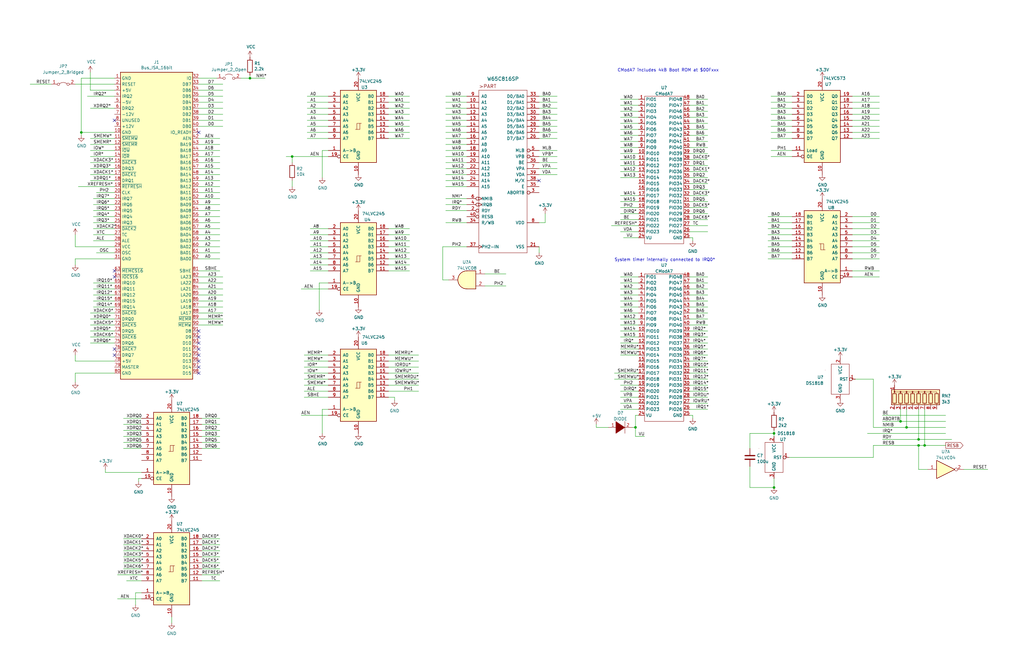
<source format=kicad_sch>
(kicad_sch (version 20211123) (generator eeschema)
  (paper "B")
  (junction (at 34.29 55.88))
  (junction (at 105.41 33.02))
  (junction (at 387.35 185.42))
  (junction (at 326.39 205.74))
  (junction (at 379.73 177.8))
  (junction (at 389.89 187.96))
  (junction (at 267.97 180.34))
  (junction (at 387.35 187.96))
  (junction (at 123.19 66.04))
  (junction (at 382.27 180.34))
  (junction (at 326.39 182.88))
  (no_connect (at 48.26 114.3))
  (no_connect (at 48.26 116.84))
  (no_connect (at 83.82 55.88))
  (no_connect (at 48.26 50.8))
  (no_connect (at 227.33 76.2))
  (no_connect (at 48.26 149.86))
  (no_connect (at 48.26 147.32))
  (no_connect (at 83.82 139.7))
  (no_connect (at 83.82 142.24))
  (no_connect (at 83.82 144.78))
  (no_connect (at 83.82 147.32))
  (no_connect (at 83.82 149.86))
  (no_connect (at 83.82 152.4))
  (no_connect (at 83.82 154.94))
  (no_connect (at 83.82 157.48))
  (wire (pts (xy 334.01 106.68) (xy 323.85 106.68)))
  (wire (pts (xy 83.82 132.08) (xy 93.98 132.08)))
  (wire (pts (xy 189.23 118.11) (xy 186.69 118.11)))
  (wire (pts (xy 359.41 91.44) (xy 370.84 91.44)))
  (wire (pts (xy 48.26 106.68) (xy 40.64 106.68)))
  (wire (pts (xy 92.71 186.69) (xy 85.09 186.69)))
  (wire (pts (xy 163.83 109.22) (xy 172.72 109.22)))
  (wire (pts (xy 269.24 170.18) (xy 261.62 170.18)))
  (wire (pts (xy 48.26 86.36) (xy 39.37 86.36)))
  (wire (pts (xy 227.33 71.12) (xy 234.95 71.12)))
  (wire (pts (xy 298.45 137.16) (xy 290.83 137.16)))
  (wire (pts (xy 83.82 78.74) (xy 92.71 78.74)))
  (wire (pts (xy 138.43 162.56) (xy 128.27 162.56)))
  (wire (pts (xy 298.45 49.53) (xy 290.83 49.53)))
  (wire (pts (xy 138.43 119.38) (xy 134.62 119.38)))
  (wire (pts (xy 31.75 152.4) (xy 31.75 149.86)))
  (wire (pts (xy 269.24 172.72) (xy 261.62 172.72)))
  (wire (pts (xy 92.71 189.23) (xy 85.09 189.23)))
  (wire (pts (xy 83.82 91.44) (xy 92.71 91.44)))
  (wire (pts (xy 138.43 111.76) (xy 130.81 111.76)))
  (wire (pts (xy 48.26 144.78) (xy 38.1 144.78)))
  (wire (pts (xy 334.01 43.18) (xy 325.12 43.18)))
  (wire (pts (xy 59.69 176.53) (xy 52.07 176.53)))
  (wire (pts (xy 290.83 97.79) (xy 298.45 97.79)))
  (wire (pts (xy 389.89 187.96) (xy 398.78 187.96)))
  (wire (pts (xy 196.85 68.58) (xy 187.96 68.58)))
  (wire (pts (xy 290.83 167.64) (xy 298.45 167.64)))
  (wire (pts (xy 227.33 63.5) (xy 234.95 63.5)))
  (wire (pts (xy 48.26 101.6) (xy 39.37 101.6)))
  (wire (pts (xy 298.45 41.91) (xy 290.83 41.91)))
  (wire (pts (xy 298.45 62.23) (xy 290.83 62.23)))
  (wire (pts (xy 379.73 177.8) (xy 398.78 177.8)))
  (wire (pts (xy 83.82 127) (xy 93.98 127)))
  (wire (pts (xy 48.26 40.64) (xy 36.83 40.64)))
  (wire (pts (xy 196.85 43.18) (xy 187.96 43.18)))
  (wire (pts (xy 290.83 172.72) (xy 298.45 172.72)))
  (wire (pts (xy 123.19 66.04) (xy 138.43 66.04)))
  (wire (pts (xy 163.83 162.56) (xy 176.53 162.56)))
  (wire (pts (xy 359.41 101.6) (xy 370.84 101.6)))
  (wire (pts (xy 48.26 88.9) (xy 39.37 88.9)))
  (wire (pts (xy 48.26 55.88) (xy 34.29 55.88)))
  (wire (pts (xy 83.82 134.62) (xy 93.98 134.62)))
  (wire (pts (xy 83.82 71.12) (xy 92.71 71.12)))
  (wire (pts (xy 332.74 193.04) (xy 368.3 193.04)))
  (wire (pts (xy 138.43 40.64) (xy 129.54 40.64)))
  (wire (pts (xy 269.24 49.53) (xy 261.62 49.53)))
  (wire (pts (xy 196.85 48.26) (xy 187.96 48.26)))
  (wire (pts (xy 48.26 91.44) (xy 39.37 91.44)))
  (wire (pts (xy 269.24 69.85) (xy 261.62 69.85)))
  (wire (pts (xy 48.26 71.12) (xy 38.1 71.12)))
  (wire (pts (xy 72.39 260.35) (xy 72.39 262.89)))
  (wire (pts (xy 290.83 100.33) (xy 292.1 100.33)))
  (wire (pts (xy 31.75 157.48) (xy 31.75 161.29)))
  (wire (pts (xy 269.24 142.24) (xy 261.62 142.24)))
  (wire (pts (xy 48.26 76.2) (xy 38.1 76.2)))
  (wire (pts (xy 83.82 38.1) (xy 93.98 38.1)))
  (wire (pts (xy 83.82 53.34) (xy 93.98 53.34)))
  (wire (pts (xy 251.46 180.34) (xy 251.46 179.07)))
  (wire (pts (xy 266.7 180.34) (xy 267.97 180.34)))
  (wire (pts (xy 359.41 93.98) (xy 370.84 93.98)))
  (wire (pts (xy 269.24 87.63) (xy 261.62 87.63)))
  (wire (pts (xy 334.01 93.98) (xy 323.85 93.98)))
  (wire (pts (xy 359.41 45.72) (xy 370.84 45.72)))
  (wire (pts (xy 292.1 100.33) (xy 292.1 101.6)))
  (wire (pts (xy 379.73 172.72) (xy 379.73 177.8)))
  (wire (pts (xy 92.71 242.57) (xy 85.09 242.57)))
  (wire (pts (xy 204.47 120.65) (xy 213.36 120.65)))
  (wire (pts (xy 163.83 167.64) (xy 166.37 167.64)))
  (wire (pts (xy 290.83 69.85) (xy 298.45 69.85)))
  (wire (pts (xy 163.83 111.76) (xy 172.72 111.76)))
  (wire (pts (xy 83.82 116.84) (xy 93.98 116.84)))
  (wire (pts (xy 123.19 66.04) (xy 123.19 68.58)))
  (wire (pts (xy 163.83 55.88) (xy 172.72 55.88)))
  (wire (pts (xy 269.24 129.54) (xy 261.62 129.54)))
  (wire (pts (xy 227.33 66.04) (xy 234.95 66.04)))
  (wire (pts (xy 48.26 58.42) (xy 38.1 58.42)))
  (wire (pts (xy 389.89 172.72) (xy 389.89 187.96)))
  (wire (pts (xy 83.82 60.96) (xy 92.71 60.96)))
  (wire (pts (xy 359.41 104.14) (xy 370.84 104.14)))
  (wire (pts (xy 290.83 157.48) (xy 298.45 157.48)))
  (wire (pts (xy 290.83 67.31) (xy 298.45 67.31)))
  (wire (pts (xy 92.71 179.07) (xy 85.09 179.07)))
  (wire (pts (xy 269.24 41.91) (xy 261.62 41.91)))
  (wire (pts (xy 163.83 101.6) (xy 172.72 101.6)))
  (wire (pts (xy 227.33 50.8) (xy 234.95 50.8)))
  (wire (pts (xy 269.24 167.64) (xy 261.62 167.64)))
  (wire (pts (xy 59.69 234.95) (xy 52.07 234.95)))
  (wire (pts (xy 92.71 227.33) (xy 85.09 227.33)))
  (wire (pts (xy 290.83 92.71) (xy 298.45 92.71)))
  (wire (pts (xy 166.37 167.64) (xy 166.37 168.91)))
  (wire (pts (xy 267.97 175.26) (xy 269.24 175.26)))
  (wire (pts (xy 359.41 109.22) (xy 370.84 109.22)))
  (wire (pts (xy 48.26 60.96) (xy 38.1 60.96)))
  (wire (pts (xy 34.29 55.88) (xy 34.29 57.15)))
  (wire (pts (xy 163.83 157.48) (xy 176.53 157.48)))
  (wire (pts (xy 334.01 101.6) (xy 323.85 101.6)))
  (wire (pts (xy 196.85 93.98) (xy 187.96 93.98)))
  (wire (pts (xy 298.45 44.45) (xy 290.83 44.45)))
  (wire (pts (xy 163.83 160.02) (xy 176.53 160.02)))
  (wire (pts (xy 326.39 182.88) (xy 316.23 182.88)))
  (wire (pts (xy 298.45 127) (xy 290.83 127)))
  (wire (pts (xy 59.69 229.87) (xy 52.07 229.87)))
  (wire (pts (xy 58.42 201.93) (xy 58.42 203.2)))
  (wire (pts (xy 196.85 73.66) (xy 187.96 73.66)))
  (wire (pts (xy 269.24 57.15) (xy 261.62 57.15)))
  (wire (pts (xy 334.01 40.64) (xy 325.12 40.64)))
  (wire (pts (xy 138.43 154.94) (xy 128.27 154.94)))
  (wire (pts (xy 163.83 53.34) (xy 172.72 53.34)))
  (wire (pts (xy 59.69 179.07) (xy 52.07 179.07)))
  (wire (pts (xy 290.83 139.7) (xy 298.45 139.7)))
  (wire (pts (xy 105.41 33.02) (xy 111.76 33.02)))
  (wire (pts (xy 196.85 78.74) (xy 187.96 78.74)))
  (wire (pts (xy 368.3 180.34) (xy 368.3 160.02)))
  (wire (pts (xy 83.82 124.46) (xy 93.98 124.46)))
  (wire (pts (xy 290.83 162.56) (xy 298.45 162.56)))
  (wire (pts (xy 48.26 38.1) (xy 38.1 38.1)))
  (wire (pts (xy 298.45 121.92) (xy 290.83 121.92)))
  (wire (pts (xy 359.41 48.26) (xy 370.84 48.26)))
  (wire (pts (xy 326.39 181.61) (xy 326.39 182.88)))
  (wire (pts (xy 48.26 129.54) (xy 39.37 129.54)))
  (wire (pts (xy 196.85 50.8) (xy 187.96 50.8)))
  (wire (pts (xy 382.27 172.72) (xy 382.27 180.34)))
  (wire (pts (xy 269.24 85.09) (xy 261.62 85.09)))
  (wire (pts (xy 138.43 152.4) (xy 128.27 152.4)))
  (wire (pts (xy 83.82 68.58) (xy 92.71 68.58)))
  (wire (pts (xy 138.43 157.48) (xy 128.27 157.48)))
  (wire (pts (xy 334.01 91.44) (xy 323.85 91.44)))
  (wire (pts (xy 269.24 62.23) (xy 261.62 62.23)))
  (wire (pts (xy 298.45 52.07) (xy 290.83 52.07)))
  (wire (pts (xy 387.35 185.42) (xy 401.32 185.42)))
  (wire (pts (xy 48.26 81.28) (xy 40.64 81.28)))
  (wire (pts (xy 406.4 198.12) (xy 416.56 198.12)))
  (wire (pts (xy 196.85 71.12) (xy 187.96 71.12)))
  (wire (pts (xy 83.82 48.26) (xy 93.98 48.26)))
  (wire (pts (xy 34.29 33.02) (xy 34.29 55.88)))
  (wire (pts (xy 334.01 55.88) (xy 325.12 55.88)))
  (wire (pts (xy 48.26 127) (xy 39.37 127)))
  (wire (pts (xy 163.83 154.94) (xy 176.53 154.94)))
  (wire (pts (xy 59.69 189.23) (xy 52.07 189.23)))
  (wire (pts (xy 298.45 129.54) (xy 290.83 129.54)))
  (wire (pts (xy 359.41 116.84) (xy 370.84 116.84)))
  (wire (pts (xy 48.26 124.46) (xy 39.37 124.46)))
  (wire (pts (xy 269.24 52.07) (xy 261.62 52.07)))
  (wire (pts (xy 269.24 90.17) (xy 261.62 90.17)))
  (wire (pts (xy 298.45 134.62) (xy 290.83 134.62)))
  (wire (pts (xy 298.45 57.15) (xy 290.83 57.15)))
  (wire (pts (xy 83.82 93.98) (xy 92.71 93.98)))
  (wire (pts (xy 196.85 66.04) (xy 187.96 66.04)))
  (wire (pts (xy 92.71 176.53) (xy 85.09 176.53)))
  (wire (pts (xy 334.01 96.52) (xy 323.85 96.52)))
  (wire (pts (xy 163.83 99.06) (xy 172.72 99.06)))
  (wire (pts (xy 83.82 121.92) (xy 93.98 121.92)))
  (wire (pts (xy 334.01 58.42) (xy 325.12 58.42)))
  (wire (pts (xy 227.33 48.26) (xy 234.95 48.26)))
  (wire (pts (xy 269.24 132.08) (xy 261.62 132.08)))
  (wire (pts (xy 48.26 134.62) (xy 38.1 134.62)))
  (wire (pts (xy 290.83 147.32) (xy 298.45 147.32)))
  (wire (pts (xy 48.26 68.58) (xy 38.1 68.58)))
  (wire (pts (xy 48.26 63.5) (xy 38.1 63.5)))
  (wire (pts (xy 269.24 127) (xy 261.62 127)))
  (wire (pts (xy 57.15 250.19) (xy 57.15 255.27)))
  (wire (pts (xy 138.43 43.18) (xy 129.54 43.18)))
  (wire (pts (xy 138.43 114.3) (xy 130.81 114.3)))
  (wire (pts (xy 359.41 114.3) (xy 370.84 114.3)))
  (wire (pts (xy 368.3 187.96) (xy 387.35 187.96)))
  (wire (pts (xy 227.33 55.88) (xy 234.95 55.88)))
  (wire (pts (xy 92.71 237.49) (xy 85.09 237.49)))
  (wire (pts (xy 59.69 237.49) (xy 52.07 237.49)))
  (wire (pts (xy 21.59 35.56) (xy 12.7 35.56)))
  (wire (pts (xy 360.68 160.02) (xy 368.3 160.02)))
  (wire (pts (xy 83.82 45.72) (xy 93.98 45.72)))
  (wire (pts (xy 59.69 232.41) (xy 52.07 232.41)))
  (wire (pts (xy 316.23 196.85) (xy 316.23 205.74)))
  (wire (pts (xy 290.83 95.25) (xy 298.45 95.25)))
  (wire (pts (xy 227.33 104.14) (xy 227.33 106.68)))
  (wire (pts (xy 83.82 58.42) (xy 92.71 58.42)))
  (wire (pts (xy 83.82 63.5) (xy 92.71 63.5)))
  (wire (pts (xy 359.41 106.68) (xy 370.84 106.68)))
  (wire (pts (xy 359.41 50.8) (xy 370.84 50.8)))
  (wire (pts (xy 269.24 44.45) (xy 261.62 44.45)))
  (wire (pts (xy 334.01 104.14) (xy 323.85 104.14)))
  (wire (pts (xy 290.83 160.02) (xy 298.45 160.02)))
  (wire (pts (xy 138.43 149.86) (xy 128.27 149.86)))
  (wire (pts (xy 290.83 85.09) (xy 298.45 85.09)))
  (wire (pts (xy 316.23 182.88) (xy 316.23 189.23)))
  (wire (pts (xy 83.82 43.18) (xy 93.98 43.18)))
  (wire (pts (xy 359.41 58.42) (xy 370.84 58.42)))
  (wire (pts (xy 334.01 99.06) (xy 323.85 99.06)))
  (wire (pts (xy 290.83 149.86) (xy 298.45 149.86)))
  (wire (pts (xy 83.82 76.2) (xy 92.71 76.2)))
  (wire (pts (xy 298.45 46.99) (xy 290.83 46.99)))
  (wire (pts (xy 101.6 33.02) (xy 105.41 33.02)))
  (wire (pts (xy 44.45 199.39) (xy 44.45 198.12)))
  (wire (pts (xy 334.01 50.8) (xy 325.12 50.8)))
  (wire (pts (xy 334.01 66.04) (xy 325.12 66.04)))
  (wire (pts (xy 290.83 154.94) (xy 298.45 154.94)))
  (wire (pts (xy 163.83 50.8) (xy 172.72 50.8)))
  (wire (pts (xy 196.85 55.88) (xy 187.96 55.88)))
  (wire (pts (xy 290.83 64.77) (xy 298.45 64.77)))
  (wire (pts (xy 256.54 180.34) (xy 251.46 180.34)))
  (wire (pts (xy 269.24 137.16) (xy 261.62 137.16)))
  (wire (pts (xy 382.27 180.34) (xy 398.78 180.34)))
  (wire (pts (xy 49.53 242.57) (xy 59.69 242.57)))
  (wire (pts (xy 85.09 245.11) (xy 92.71 245.11)))
  (wire (pts (xy 267.97 184.15) (xy 271.78 184.15)))
  (wire (pts (xy 290.83 165.1) (xy 298.45 165.1)))
  (wire (pts (xy 186.69 104.14) (xy 196.85 104.14)))
  (wire (pts (xy 334.01 109.22) (xy 323.85 109.22)))
  (wire (pts (xy 196.85 40.64) (xy 187.96 40.64)))
  (wire (pts (xy 48.26 66.04) (xy 38.1 66.04)))
  (wire (pts (xy 196.85 86.36) (xy 187.96 86.36)))
  (wire (pts (xy 372.11 175.26) (xy 398.78 175.26)))
  (wire (pts (xy 48.26 132.08) (xy 38.1 132.08)))
  (wire (pts (xy 227.33 68.58) (xy 234.95 68.58)))
  (wire (pts (xy 163.83 58.42) (xy 172.72 58.42)))
  (wire (pts (xy 163.83 104.14) (xy 172.72 104.14)))
  (wire (pts (xy 316.23 205.74) (xy 326.39 205.74)))
  (wire (pts (xy 92.71 229.87) (xy 85.09 229.87)))
  (wire (pts (xy 163.83 45.72) (xy 172.72 45.72)))
  (wire (pts (xy 387.35 187.96) (xy 387.35 198.12)))
  (wire (pts (xy 269.24 124.46) (xy 261.62 124.46)))
  (wire (pts (xy 196.85 83.82) (xy 187.96 83.82)))
  (wire (pts (xy 359.41 43.18) (xy 370.84 43.18)))
  (wire (pts (xy 298.45 124.46) (xy 290.83 124.46)))
  (wire (pts (xy 59.69 245.11) (xy 53.34 245.11)))
  (wire (pts (xy 48.26 99.06) (xy 39.37 99.06)))
  (wire (pts (xy 138.43 53.34) (xy 129.54 53.34)))
  (wire (pts (xy 163.83 149.86) (xy 176.53 149.86)))
  (wire (pts (xy 138.43 160.02) (xy 128.27 160.02)))
  (wire (pts (xy 227.33 73.66) (xy 234.95 73.66)))
  (wire (pts (xy 259.08 157.48) (xy 269.24 157.48)))
  (wire (pts (xy 83.82 86.36) (xy 92.71 86.36)))
  (wire (pts (xy 269.24 46.99) (xy 261.62 46.99)))
  (wire (pts (xy 83.82 101.6) (xy 92.71 101.6)))
  (wire (pts (xy 387.35 198.12) (xy 391.16 198.12)))
  (wire (pts (xy 138.43 99.06) (xy 130.81 99.06)))
  (wire (pts (xy 138.43 167.64) (xy 128.27 167.64)))
  (wire (pts (xy 387.35 172.72) (xy 387.35 185.42)))
  (wire (pts (xy 269.24 149.86) (xy 261.62 149.86)))
  (wire (pts (xy 83.82 137.16) (xy 93.98 137.16)))
  (wire (pts (xy 269.24 82.55) (xy 261.62 82.55)))
  (wire (pts (xy 138.43 106.68) (xy 130.81 106.68)))
  (wire (pts (xy 59.69 227.33) (xy 52.07 227.33)))
  (wire (pts (xy 269.24 100.33) (xy 262.89 100.33)))
  (wire (pts (xy 227.33 45.72) (xy 234.95 45.72)))
  (wire (pts (xy 135.89 63.5) (xy 135.89 74.93)))
  (wire (pts (xy 229.87 93.98) (xy 229.87 90.17)))
  (wire (pts (xy 269.24 121.92) (xy 261.62 121.92)))
  (wire (pts (xy 163.83 40.64) (xy 172.72 40.64)))
  (wire (pts (xy 359.41 55.88) (xy 370.84 55.88)))
  (wire (pts (xy 196.85 88.9) (xy 187.96 88.9)))
  (wire (pts (xy 48.26 157.48) (xy 31.75 157.48)))
  (wire (pts (xy 269.24 97.79) (xy 261.62 97.79)))
  (wire (pts (xy 138.43 55.88) (xy 129.54 55.88)))
  (wire (pts (xy 83.82 109.22) (xy 92.71 109.22)))
  (wire (pts (xy 269.24 134.62) (xy 261.62 134.62)))
  (wire (pts (xy 83.82 66.04) (xy 92.71 66.04)))
  (wire (pts (xy 267.97 180.34) (xy 267.97 184.15)))
  (wire (pts (xy 269.24 67.31) (xy 261.62 67.31)))
  (wire (pts (xy 290.83 152.4) (xy 298.45 152.4)))
  (wire (pts (xy 48.26 121.92) (xy 39.37 121.92)))
  (wire (pts (xy 120.65 66.04) (xy 123.19 66.04)))
  (wire (pts (xy 359.41 53.34) (xy 370.84 53.34)))
  (wire (pts (xy 269.24 59.69) (xy 261.62 59.69)))
  (wire (pts (xy 290.83 77.47) (xy 298.45 77.47)))
  (wire (pts (xy 290.83 90.17) (xy 298.45 90.17)))
  (wire (pts (xy 204.47 115.57) (xy 213.36 115.57)))
  (wire (pts (xy 138.43 165.1) (xy 128.27 165.1)))
  (wire (pts (xy 298.45 116.84) (xy 290.83 116.84)))
  (wire (pts (xy 138.43 96.52) (xy 130.81 96.52)))
  (wire (pts (xy 48.26 109.22) (xy 31.75 109.22)))
  (wire (pts (xy 359.41 96.52) (xy 370.84 96.52)))
  (wire (pts (xy 269.24 144.78) (xy 261.62 144.78)))
  (wire (pts (xy 290.83 144.78) (xy 298.45 144.78)))
  (wire (pts (xy 163.83 96.52) (xy 172.72 96.52)))
  (wire (pts (xy 196.85 45.72) (xy 187.96 45.72)))
  (wire (pts (xy 83.82 129.54) (xy 93.98 129.54)))
  (wire (pts (xy 59.69 201.93) (xy 58.42 201.93)))
  (wire (pts (xy 83.82 114.3) (xy 92.71 114.3)))
  (wire (pts (xy 298.45 132.08) (xy 290.83 132.08)))
  (wire (pts (xy 334.01 53.34) (xy 325.12 53.34)))
  (wire (pts (xy 290.83 80.01) (xy 298.45 80.01)))
  (wire (pts (xy 334.01 45.72) (xy 325.12 45.72)))
  (wire (pts (xy 138.43 101.6) (xy 130.81 101.6)))
  (wire (pts (xy 83.82 35.56) (xy 93.98 35.56)))
  (wire (pts (xy 290.83 175.26) (xy 292.1 175.26)))
  (wire (pts (xy 227.33 40.64) (xy 234.95 40.64)))
  (wire (pts (xy 138.43 104.14) (xy 130.81 104.14)))
  (wire (pts (xy 227.33 53.34) (xy 234.95 53.34)))
  (wire (pts (xy 163.83 165.1) (xy 176.53 165.1)))
  (wire (pts (xy 372.11 177.8) (xy 379.73 177.8)))
  (wire (pts (xy 59.69 240.03) (xy 52.07 240.03)))
  (wire (pts (xy 48.26 73.66) (xy 38.1 73.66)))
  (wire (pts (xy 83.82 73.66) (xy 92.71 73.66)))
  (wire (pts (xy 83.82 40.64) (xy 93.98 40.64)))
  (wire (pts (xy 48.26 139.7) (xy 38.1 139.7)))
  (wire (pts (xy 31.75 104.14) (xy 31.75 99.06)))
  (wire (pts (xy 290.83 72.39) (xy 298.45 72.39)))
  (wire (pts (xy 83.82 96.52) (xy 92.71 96.52)))
  (wire (pts (xy 48.26 78.74) (xy 33.02 78.74)))
  (wire (pts (xy 326.39 182.88) (xy 326.39 184.15)))
  (wire (pts (xy 138.43 63.5) (xy 135.89 63.5)))
  (wire (pts (xy 298.45 59.69) (xy 290.83 59.69)))
  (wire (pts (xy 368.3 193.04) (xy 368.3 187.96)))
  (wire (pts (xy 257.81 95.25) (xy 269.24 95.25)))
  (wire (pts (xy 48.26 119.38) (xy 39.37 119.38)))
  (wire (pts (xy 138.43 121.92) (xy 127 121.92)))
  (wire (pts (xy 135.89 172.72) (xy 135.89 182.88)))
  (wire (pts (xy 290.83 82.55) (xy 298.45 82.55)))
  (wire (pts (xy 196.85 53.34) (xy 187.96 53.34)))
  (wire (pts (xy 48.26 96.52) (xy 39.37 96.52)))
  (wire (pts (xy 269.24 139.7) (xy 261.62 139.7)))
  (wire (pts (xy 290.83 142.24) (xy 298.45 142.24)))
  (wire (pts (xy 290.83 170.18) (xy 298.45 170.18)))
  (wire (pts (xy 48.26 45.72) (xy 38.1 45.72)))
  (wire (pts (xy 227.33 93.98) (xy 229.87 93.98)))
  (wire (pts (xy 92.71 184.15) (xy 85.09 184.15)))
  (wire (pts (xy 92.71 234.95) (xy 85.09 234.95)))
  (wire (pts (xy 48.26 33.02) (xy 34.29 33.02)))
  (wire (pts (xy 48.26 93.98) (xy 39.37 93.98)))
  (wire (pts (xy 269.24 54.61) (xy 261.62 54.61)))
  (wire (pts (xy 83.82 119.38) (xy 93.98 119.38)))
  (wire (pts (xy 59.69 184.15) (xy 52.07 184.15)))
  (wire (pts (xy 105.41 31.75) (xy 105.41 33.02)))
  (wire (pts (xy 269.24 92.71) (xy 261.62 92.71)))
  (wire (pts (xy 163.83 106.68) (xy 172.72 106.68)))
  (wire (pts (xy 92.71 232.41) (xy 85.09 232.41)))
  (wire (pts (xy 163.83 43.18) (xy 172.72 43.18)))
  (wire (pts (xy 138.43 172.72) (xy 135.89 172.72)))
  (wire (pts (xy 83.82 81.28) (xy 92.71 81.28)))
  (wire (pts (xy 48.26 35.56) (xy 31.75 35.56)))
  (wire (pts (xy 196.85 63.5) (xy 187.96 63.5)))
  (wire (pts (xy 48.26 104.14) (xy 31.75 104.14)))
  (wire (pts (xy 48.26 142.24) (xy 38.1 142.24)))
  (wire (pts (xy 48.26 83.82) (xy 39.37 83.82)))
  (wire (pts (xy 269.24 64.77) (xy 261.62 64.77)))
  (wire (pts (xy 31.75 109.22) (xy 31.75 111.76)))
  (wire (pts (xy 269.24 72.39) (xy 261.62 72.39)))
  (wire (pts (xy 138.43 175.26) (xy 127 175.26)))
  (wire (pts (xy 48.26 137.16) (xy 38.1 137.16)))
  (wire (pts (xy 83.82 104.14) (xy 92.71 104.14)))
  (wire (pts (xy 334.01 63.5) (xy 325.12 63.5)))
  (wire (pts (xy 138.43 48.26) (xy 129.54 48.26)))
  (wire (pts (xy 227.33 43.18) (xy 234.95 43.18)))
  (wire (pts (xy 290.83 87.63) (xy 298.45 87.63)))
  (wire (pts (xy 59.69 186.69) (xy 52.07 186.69)))
  (wire (pts (xy 368.3 180.34) (xy 382.27 180.34)))
  (wire (pts (xy 359.41 40.64) (xy 370.84 40.64)))
  (wire (pts (xy 387.35 187.96) (xy 389.89 187.96)))
  (wire (pts (xy 269.24 147.32) (xy 261.62 147.32)))
  (wire (pts (xy 83.82 106.68) (xy 92.71 106.68)))
  (wire (pts (xy 227.33 58.42) (xy 234.95 58.42)))
  (wire (pts (xy 196.85 60.96) (xy 187.96 60.96)))
  (wire (pts (xy 59.69 252.73) (xy 49.53 252.73)))
  (wire (pts (xy 59.69 181.61) (xy 52.07 181.61)))
  (wire (pts (xy 92.71 181.61) (xy 85.09 181.61)))
  (wire (pts (xy 372.11 185.42) (xy 387.35 185.42)))
  (wire (pts (xy 59.69 199.39) (xy 44.45 199.39)))
  (wire (pts (xy 298.45 119.38) (xy 290.83 119.38)))
  (wire (pts (xy 269.24 162.56) (xy 261.62 162.56)))
  (wire (pts (xy 259.08 160.02) (xy 269.24 160.02)))
  (wire (pts (xy 290.83 74.93) (xy 298.45 74.93)))
  (wire (pts (xy 163.83 48.26) (xy 172.72 48.26)))
  (wire (pts (xy 326.39 205.74) (xy 326.39 201.93)))
  (wire (pts (xy 186.69 118.11) (xy 186.69 104.14)))
  (wire (pts (xy 134.62 119.38) (xy 134.62 130.81)))
  (wire (pts (xy 138.43 45.72) (xy 129.54 45.72)))
  (wire (pts (xy 138.43 109.22) (xy 130.81 109.22)))
  (wire (pts (xy 83.82 50.8) (xy 93.98 50.8)))
  (wire (pts (xy 38.1 38.1) (xy 38.1 30.48)))
  (wire (pts (xy 267.97 180.34) (xy 267.97 175.26)))
  (wire (pts (xy 138.43 58.42) (xy 129.54 58.42)))
  (wire (pts (xy 196.85 58.42) (xy 187.96 58.42)))
  (wire (pts (xy 83.82 88.9) (xy 92.71 88.9)))
  (wire (pts (xy 196.85 76.2) (xy 187.96 76.2)))
  (wire (pts (xy 269.24 165.1) (xy 261.62 165.1)))
  (wire (pts (xy 269.24 119.38) (xy 261.62 119.38)))
  (wire (pts (xy 83.82 83.82) (xy 92.71 83.82)))
  (wire (pts (xy 163.83 114.3) (xy 172.72 114.3)))
  (wire (pts (xy 334.01 48.26) (xy 325.12 48.26)))
  (wire (pts (xy 292.1 175.26) (xy 292.1 176.53)))
  (wire (pts (xy 83.82 99.06) (xy 92.71 99.06)))
  (wire (pts (xy 163.83 152.4) (xy 176.53 152.4)))
  (wire (pts (xy 138.43 50.8) (xy 129.54 50.8)))
  (wire (pts (xy 123.19 76.2) (xy 123.19 78.74)))
  (wire (pts (xy 59.69 250.19) (xy 57.15 250.19)))
  (wire (pts (xy 83.82 33.02) (xy 91.44 33.02)))
  (wire (pts (xy 359.41 99.06) (xy 370.84 99.06)))
  (wire (pts (xy 92.71 240.03) (xy 85.09 240.03)))
  (wire (pts (xy 298.45 54.61) (xy 290.83 54.61)))
  (wire (pts (xy 269.24 116.84) (xy 261.62 116.84)))
  (wire (pts (xy 48.26 152.4) (xy 31.75 152.4)))
  (wire (pts (xy 365.76 182.88) (xy 398.78 182.88)))
  (wire (pts (xy 269.24 74.93) (xy 261.62 74.93)))
  (text "CModA7 includes 4kB Boot ROM at $00Fxxx" (at 260.35 30.48 0) (effects (font (size 1.27 1.27)) (justify left bottom)))
  (text "System timer internally connected to IRQ0*" (at 259.08 110.49 0) (effects (font (size 1.27 1.27)) (justify left bottom)))
  (label "WA1" (at 190.5 43.18 0))
  (label "XDACK6*" (at 39.37 142.24 0))
  (label "BA2" (at 327.66 45.72 0))
  (label "BA6" (at 327.66 55.88 0))
  (label "XDRQ2*" (at 39.37 45.72 0))
  (label "A19" (at 363.22 48.26 0))
  (label "MEMR*" (at 129.54 149.86 0))
  (label "XDACK0*" (at 39.37 132.08 0))
  (label "IRQ2*" (at 292.1 139.7 0))
  (label "A18" (at 86.36 63.5 0))
  (label "D7" (at 367.03 109.22 0))
  (label "A22" (at 87.63 119.38 0))
  (label "SMEMRU*" (at 260.35 157.48 0))
  (label "WA3" (at 166.37 48.26 0))
  (label "A10" (at 86.36 83.82 0))
  (label "A23" (at 87.63 116.84 0))
  (label "REFRESH*" (at 259.08 95.25 0))
  (label "D0" (at 87.63 53.34 0))
  (label "IRQ5*" (at 292.1 147.32 0))
  (label "IRQ*" (at 190.5 86.36 0))
  (label "WA8" (at 166.37 96.52 0))
  (label "D0" (at 367.03 91.44 0))
  (label "MEMW*" (at 87.63 137.16 0))
  (label "XTC" (at 40.64 99.06 0))
  (label "PH2" (at 41.91 81.28 0))
  (label "TC" (at 88.9 245.11 0))
  (label "TC" (at 292.1 95.25 0))
  (label "XREFRESH*" (at 36.83 78.74 0))
  (label "A18" (at 87.63 129.54 0))
  (label "MEMRU*" (at 261.62 147.32 0))
  (label "A12" (at 86.36 78.74 0))
  (label "BA1" (at 293.37 44.45 0))
  (label "WA4" (at 262.89 127 0))
  (label "WA3" (at 262.89 124.46 0))
  (label "SBHE" (at 129.54 167.64 0))
  (label "D2" (at 87.63 48.26 0))
  (label "BA4" (at 325.12 101.6 0))
  (label "RDY" (at 190.5 88.9 0))
  (label "BA1" (at 293.37 119.38 0))
  (label "A19" (at 86.36 60.96 0))
  (label "WA5" (at 262.89 129.54 0))
  (label "IRQ11*" (at 292.1 157.48 0))
  (label "WA3" (at 190.5 48.26 0))
  (label "A7" (at 86.36 91.44 0))
  (label "WA3" (at 262.89 49.53 0))
  (label "A14" (at 86.36 73.66 0))
  (label "WA2" (at 262.89 46.99 0))
  (label "WA14" (at 166.37 111.76 0))
  (label "A0" (at 86.36 109.22 0))
  (label "DACK0*" (at 85.09 227.33 0))
  (label "BA5" (at 293.37 129.54 0))
  (label "BA2" (at 325.12 96.52 0))
  (label "MLB" (at 228.6 63.5 0))
  (label "XDACK0*" (at 52.07 227.33 0))
  (label "WA2" (at 262.89 121.92 0))
  (label "A5" (at 130.81 53.34 0))
  (label "IRQ*" (at 262.89 144.78 0))
  (label "SMEMWRU*" (at 166.37 162.56 0))
  (label "PH2" (at 262.89 162.56 0))
  (label "WA0" (at 262.89 116.84 0))
  (label "PH2" (at 208.28 120.65 0))
  (label "WA10" (at 190.5 66.04 0))
  (label "A4" (at 130.81 50.8 0))
  (label "DACK3*" (at 292.1 82.55 0))
  (label "BE" (at 228.6 68.58 0))
  (label "BA3" (at 293.37 49.53 0))
  (label "RESET" (at 15.24 35.56 0))
  (label "WA10" (at 262.89 67.31 0))
  (label "A17" (at 87.63 132.08 0))
  (label "BA6" (at 228.6 55.88 0))
  (label "MEMW*" (at 129.54 152.4 0))
  (label "WA9" (at 166.37 99.06 0))
  (label "BA6" (at 325.12 106.68 0))
  (label "WA2" (at 190.5 45.72 0))
  (label "IRQ11*" (at 40.64 121.92 0))
  (label "SMEMRDU*" (at 166.37 160.02 0))
  (label "A2" (at 130.81 45.72 0))
  (label "AEN" (at 327.66 66.04 0))
  (label "VDA" (at 262.89 97.79 0))
  (label "A16" (at 363.22 40.64 0))
  (label "DRQ1" (at 86.36 179.07 0))
  (label "WA4" (at 166.37 50.8 0))
  (label "XDACK3*" (at 52.07 234.95 0))
  (label "A12" (at 132.08 106.68 0))
  (label "BA0" (at 228.6 40.64 0))
  (label "A20" (at 87.63 124.46 0))
  (label "D1" (at 367.03 93.98 0))
  (label "MEMWU*" (at 261.62 149.86 0))
  (label "A13" (at 132.08 109.22 0))
  (label "BA5" (at 327.66 53.34 0))
  (label "NMI*" (at 190.5 83.82 0))
  (label "DACK1*" (at 85.09 229.87 0))
  (label "VU" (at 269.24 184.15 0))
  (label "DACK5*" (at 85.09 237.49 0))
  (label "WA11" (at 262.89 69.85 0))
  (label "A13" (at 86.36 76.2 0))
  (label "XREFRESH*" (at 49.53 242.57 0))
  (label "XDRQ6" (at 53.34 189.23 0))
  (label "A21" (at 87.63 121.92 0))
  (label "BA3" (at 228.6 48.26 0))
  (label "D7" (at 87.63 35.56 0))
  (label "AEN" (at 130.81 66.04 0))
  (label "WA0" (at 166.37 40.64 0))
  (label "A9" (at 132.08 99.06 0))
  (label "A9" (at 86.36 86.36 0))
  (label "RESB" (at 372.11 187.96 0))
  (label "BA1" (at 325.12 93.98 0))
  (label "BE" (at 372.11 175.26 0))
  (label "IRQ15*" (at 40.64 127 0))
  (label "IOWRU*" (at 292.1 170.18 0))
  (label "WA13" (at 190.5 73.66 0))
  (label "WA5" (at 166.37 53.34 0))
  (label "DIRQ*" (at 262.89 165.1 0))
  (label "WA8" (at 190.5 60.96 0))
  (label "WA13" (at 166.37 109.22 0))
  (label "ALE" (at 40.64 101.6 0))
  (label "IRQ2*" (at 39.37 40.64 0))
  (label "XDACK5*" (at 52.07 237.49 0))
  (label "DACK6*" (at 85.09 240.03 0))
  (label "AEN" (at 86.36 58.42 0))
  (label "WA12" (at 262.89 72.39 0))
  (label "XDRQ3*" (at 39.37 71.12 0))
  (label "IRQ4*" (at 292.1 144.78 0))
  (label "MEMR*" (at 87.63 134.62 0))
  (label "A3" (at 86.36 101.6 0))
  (label "IRQ10*" (at 40.64 119.38 0))
  (label "WA11" (at 190.5 68.58 0))
  (label "SMEMW*" (at 129.54 162.56 0))
  (label "VPB*" (at 228.6 66.04 0))
  (label "XDRQ3" (at 53.34 184.15 0))
  (label "XDACK5*" (at 39.37 137.16 0))
  (label "WA13" (at 262.89 137.16 0))
  (label "IRQ10*" (at 292.1 154.94 0))
  (label "VPB" (at 262.89 167.64 0))
  (label "WA1" (at 262.89 119.38 0))
  (label "BE" (at 262.89 92.71 0))
  (label "WA11" (at 166.37 104.14 0))
  (label "DACK6*" (at 292.1 92.71 0))
  (label "RWB" (at 190.5 93.98 0))
  (label "BA4" (at 293.37 52.07 0))
  (label "BA4" (at 293.37 127 0))
  (label "BA2" (at 293.37 121.92 0))
  (label "WA1" (at 262.89 44.45 0))
  (label "XDRQ1*" (at 39.37 76.2 0))
  (label "BA5" (at 325.12 104.14 0))
  (label "A17" (at 86.36 66.04 0))
  (label "XDRQ0" (at 53.34 176.53 0))
  (label "D5" (at 367.03 104.14 0))
  (label "D6" (at 87.63 38.1 0))
  (label "ALE" (at 129.54 165.1 0))
  (label "VDA" (at 228.6 73.66 0))
  (label "WA1" (at 166.37 43.18 0))
  (label "SBHE" (at 86.36 114.3 0))
  (label "WA15" (at 262.89 85.09 0))
  (label "DRQ5" (at 86.36 186.69 0))
  (label "BA0" (at 293.37 41.91 0))
  (label "BA2" (at 293.37 46.99 0))
  (label "PH1" (at 170.18 165.1 0))
  (label "A14" (at 132.08 111.76 0))
  (label "BA2" (at 228.6 45.72 0))
  (label "SMEMW*" (at 39.37 58.42 0))
  (label "DACK3*" (at 85.09 234.95 0))
  (label "BA7" (at 293.37 134.62 0))
  (label "RWB" (at 293.37 62.23 0))
  (label "BA1" (at 327.66 43.18 0))
  (label "XDACK2*" (at 40.64 96.52 0))
  (label "NMIB" (at 372.11 180.34 0))
  (label "XTC" (at 54.61 245.11 0))
  (label "A20" (at 363.22 50.8 0))
  (label "MEMWU*" (at 166.37 152.4 0))
  (label "IRQ15*" (at 292.1 165.1 0))
  (label "A17" (at 363.22 43.18 0))
  (label "A4" (at 86.36 99.06 0))
  (label "IRQ6*" (at 40.64 86.36 0))
  (label "BA5" (at 293.37 54.61 0))
  (label "A8" (at 132.08 96.52 0))
  (label "WA8" (at 262.89 62.23 0))
  (label "WA4" (at 190.5 50.8 0))
  (label "IOW*" (at 129.54 157.48 0))
  (label "DACK5*" (at 292.1 87.63 0))
  (label "D3" (at 87.63 45.72 0))
  (label "VU" (at 264.16 100.33 0))
  (label "AEN" (at 128.27 121.92 0))
  (label "WA0" (at 190.5 40.64 0))
  (label "WA5" (at 190.5 53.34 0))
  (label "BA3" (at 325.12 99.06 0))
  (label "D1" (at 87.63 50.8 0))
  (label "WA15" (at 262.89 142.24 0))
  (label "BA7" (at 293.37 59.69 0))
  (label "DRQ6" (at 292.1 90.17 0))
  (label "AEN" (at 364.49 116.84 0))
  (label "DRQ3" (at 292.1 80.01 0))
  (label "VDA" (at 262.89 172.72 0))
  (label "DRQ2" (at 292.1 74.93 0))
  (label "RWB" (at 364.49 114.3 0))
  (label "DACK2*" (at 85.09 232.41 0))
  (label "BE" (at 208.28 115.57 0))
  (label "SMEMWU*" (at 260.35 160.02 0))
  (label "DACK2*" (at 292.1 77.47 0))
  (label "WA6" (at 190.5 55.88 0))
  (label "BA1" (at 228.6 43.18 0))
  (label "IRQ12*" (at 40.64 124.46 0))
  (label "IRQ12*" (at 292.1 160.02 0))
  (label "IORDU*" (at 292.1 167.64 0))
  (label "XDRQ0*" (at 39.37 134.62 0))
  (label "IOWRU*" (at 166.37 157.48 0))
  (label "XDRQ1" (at 53.34 179.07 0))
  (label "WA4" (at 262.89 52.07 0))
  (label "NMI*" (at 107.95 33.02 0))
  (label "D5" (at 87.63 40.64 0))
  (label "A2" (at 86.36 104.14 0))
  (label "AEN" (at 50.8 252.73 0))
  (label "WA15" (at 166.37 114.3 0))
  (label "WA14" (at 190.5 76.2 0))
  (label "WA7" (at 262.89 59.69 0))
  (label "WA12" (at 166.37 106.68 0))
  (label "PH2" (at 262.89 87.63 0))
  (label "A15" (at 132.08 114.3 0))
  (label "BA4" (at 327.66 50.8 0))
  (label "A16" (at 86.36 68.58 0))
  (label "BA6" (at 293.37 132.08 0))
  (label "IOR*" (at 39.37 66.04 0))
  (label "REFRESH*" (at 85.09 242.57 0))
  (label "AEN" (at 127 175.26 0))
  (label "XDACK1*" (at 52.07 229.87 0))
  (label "XDACK3*" (at 39.37 68.58 0))
  (label "VPA" (at 262.89 170.18 0))
  (label "A6" (at 86.36 93.98 0))
  (label "WA0" (at 262.89 41.91 0))
  (label "WA6" (at 262.89 57.15 0))
  (label "WA2" (at 166.37 45.72 0))
  (label "DRQ0" (at 292.1 64.77 0))
  (label "WA6" (at 262.89 132.08 0))
  (label "DRQ3" (at 86.36 184.15 0))
  (label "BA3" (at 293.37 124.46 0))
  (label "WA14" (at 262.89 139.7 0))
  (label "DACK1*" (at 292.1 72.39 0))
  (label "BA7" (at 327.66 58.42 0))
  (label "A6" (at 130.81 55.88 0))
  (label "A7" (at 130.81 58.42 0))
  (label "ABORTB" (at 372.11 177.8 0))
  (label "WA12" (at 190.5 71.12 0))
  (label "IRQ7*" (at 292.1 152.4 0))
  (label "XDACK2*" (at 52.07 232.41 0))
  (label "IOR*" (at 129.54 154.94 0))
  (label "BA0" (at 327.66 40.64 0))
  (label "SMEMR*" (at 39.37 60.96 0))
  (label "D3" (at 367.03 99.06 0))
  (label "D2" (at 367.03 96.52 0))
  (label "A11" (at 86.36 81.28 0))
  (label "RWB" (at 293.37 137.16 0))
  (label "A21" (at 363.22 53.34 0))
  (label "D6" (at 367.03 106.68 0))
  (label "WA7" (at 166.37 58.42 0))
  (label "BA7" (at 228.6 58.42 0))
  (label "XDRQ5*" (at 39.37 139.7 0))
  (label "A3" (at 130.81 48.26 0))
  (label "IOW*" (at 39.37 63.5 0))
  (label "WA9" (at 262.89 64.77 0))
  (label "IRQ14*" (at 40.64 129.54 0))
  (label "DACK0*" (at 292.1 67.31 0))
  (label "IRQ14*" (at 292.1 162.56 0))
  (label "DRQ0" (at 86.36 176.53 0))
  (label "D4" (at 367.03 101.6 0))
  (label "WA7" (at 190.5 58.42 0))
  (label "BA6" (at 293.37 57.15 0))
  (label "IRQ7*" (at 40.64 83.82 0))
  (label "D4" (at 87.63 43.18 0))
  (label "XDRQ5" (at 53.34 186.69 0))
  (label "IRQ4*" (at 40.64 91.44 0))
  (label "A23" (at 363.22 58.42 0))
  (label "WA14" (at 262.89 82.55 0))
  (label "OSC" (at 41.91 106.68 0))
  (label "A0" (at 130.81 40.64 0))
  (label "WA6" (at 166.37 55.88 0))
  (label "XDACK6*" (at 52.07 240.03 0))
  (label "MEMRU*" (at 166.37 149.86 0))
  (label "PH2" (at 190.5 104.14 0))
  (label "A15" (at 86.36 71.12 0))
  (label "WA12" (at 262.89 134.62 0))
  (label "IRQ1*" (at 293.37 172.72 0))
  (label "IRQ5*" (at 40.64 88.9 0))
  (label "XDRQ2" (at 53.34 181.61 0))
  (label "IRQ*" (at 372.11 182.88 0))
  (label "DIRQ*" (at 262.89 90.17 0))
  (label "PH1" (at 327.66 63.5 0))
  (label "DRQ6" (at 86.36 189.23 0))
  (label "BA0" (at 293.37 116.84 0))
  (label "WA9" (at 190.5 63.5 0))
  (label "A1" (at 130.81 43.18 0))
  (label "A1" (at 86.36 106.68 0))
  (label "BA0" (at 325.12 91.44 0))
  (label "BA5" (at 228.6 53.34 0))
  (label "WA15" (at 190.5 78.74 0))
  (label "IRQ3*" (at 40.64 93.98 0))
  (label "A10" (at 132.08 101.6 0))
  (label "DRQ5" (at 292.1 85.09 0))
  (label "SMEMR*" (at 129.54 160.02 0))
  (label "XDACK1*" (at 39.37 73.66 0))
  (label "BA7" (at 325.12 109.22 0))
  (label "DRQ1" (at 292.1 69.85 0))
  (label "IRQ3*" (at 292.1 142.24 0))
  (label "A8" (at 86.36 88.9 0))
  (label "IORDU*" (at 166.37 154.94 0))
  (label "RDY" (at 372.11 185.42 0))
  (label "A11" (at 132.08 104.14 0))
  (label "XDRQ6*" (at 39.37 144.78 0))
  (label "BA4" (at 228.6 50.8 0))
  (label "BA3" (at 327.66 48.26 0))
  (label "VPA" (at 228.6 71.12 0))
  (label "WA5" (at 262.89 54.61 0))
  (label "WA10" (at 166.37 101.6 0))
  (label "DRQ2" (at 86.36 181.61 0))
  (label "A19" (at 87.63 127 0))
  (label "WA13" (at 262.89 74.93 0))
  (label "A22" (at 363.22 55.88 0))
  (label "A18" (at 363.22 45.72 0))
  (label "IRQ6*" (at 292.1 149.86 0))
  (label "A5" (at 86.36 96.52 0))
  (label "RESET" (at 410.21 198.12 0))
  (global_label "RESB" (shape output) (at 398.78 187.96 0) (property "Intersheet References" "${INTERSHEET_REFS}" (effects hide)))
  (symbol (lib_id "Connector:Bus_ISA_16bit") (at 66.04 96.52 0) (unit 1)
    (property "Reference" "J1" (at 66.04 26.2382 0))
    (property "Value" "Bus_ISA_16bit" (at 66.04 28.5496 0))
    (property "Datasheet" "https://en.wikipedia.org/wiki/Industry_Standard_Architecture" (effects hide))
  )
  (symbol (lib_id "FAL65816-eagle-import:W65C816SP") (at 212.09 63.5 0) (unit 1)
    (property "Reference" "U5" (effects hide))
    (property "Value" "W65C816SP" (at 212.09 33.274 0) (effects (font (size 1.4986 1.4986))))
  )
  (symbol (lib_id "74xx:74LS573") (at 346.71 53.34 0) (unit 1)
    (property "Reference" "U7" (at 349.25 35.56 0))
    (property "Value" "74LVC573" (at 351.79 33.02 0))
    (property "Footprint" "Package_DIP:DIP-20_W7.62mm_Socket" (effects hide))
    (property "Datasheet" "74xx/74hc573.pdf" (effects hide))
  )
  (symbol (lib_id "74xx:74LS245") (at 151.13 53.34 0) (unit 1)
    (property "Reference" "U3" (at 153.67 36.83 0))
    (property "Value" "74LVC245" (at 156.21 34.29 0))
    (property "Footprint" "Package_DIP:DIP-20_W7.62mm_Socket" (effects hide))
    (property "Datasheet" "http://www.ti.com/lit/gpn/sn74LS245" (effects hide))
  )
  (symbol (lib_id "74xx:74LS245") (at 151.13 109.22 0) (unit 1)
    (property "Reference" "U4" (at 154.94 92.71 0))
    (property "Value" "74LVC245" (at 157.48 90.17 0))
    (property "Footprint" "Package_DIP:DIP-20_W7.62mm_Socket" (effects hide))
    (property "Datasheet" "http://www.ti.com/lit/gpn/sn74LS245" (effects hide))
  )
  (symbol (lib_id "74xx:74LS245") (at 346.71 104.14 0) (mirror y) (unit 1)
    (property "Reference" "U8" (at 350.52 87.63 0))
    (property "Value" "74LVC245" (at 353.06 85.09 0))
    (property "Footprint" "Package_DIP:DIP-20_W7.62mm_Socket" (effects hide))
    (property "Datasheet" "http://www.ti.com/lit/gpn/sn74LS245" (effects hide))
  )
  (symbol (lib_id "power:GND") (at 346.71 124.46 0) (unit 1)
    (property "Reference" "#PWR0108" (effects hide))
    (property "Value" "GND" (at 346.837 128.8542 0))
  )
  (symbol (lib_id "power:GND") (at 346.71 73.66 0) (unit 1)
    (property "Reference" "#PWR0109" (effects hide))
    (property "Value" "GND" (at 346.837 78.0542 0))
  )
  (symbol (lib_id "power:GND") (at 151.13 73.66 0) (unit 1)
    (property "Reference" "#PWR0110" (effects hide))
    (property "Value" "GND" (at 151.257 78.0542 0))
  )
  (symbol (lib_id "power:GND") (at 151.13 129.54 0) (unit 1)
    (property "Reference" "#PWR0111" (effects hide))
    (property "Value" "GND" (at 151.257 133.9342 0))
  )
  (symbol (lib_id "power:GND") (at 135.89 74.93 0) (unit 1)
    (property "Reference" "#PWR0112" (effects hide))
    (property "Value" "GND" (at 136.017 79.3242 0))
  )
  (symbol (lib_id "power:GND") (at 134.62 130.81 0) (unit 1)
    (property "Reference" "#PWR0113" (effects hide))
    (property "Value" "GND" (at 134.747 135.2042 0))
  )
  (symbol (lib_id "74xx:74LS245") (at 151.13 162.56 0) (unit 1)
    (property "Reference" "U6" (at 153.67 144.78 0))
    (property "Value" "74LVC245" (at 157.48 142.24 0))
    (property "Footprint" "Package_DIP:DIP-20_W7.62mm_Socket" (effects hide))
    (property "Datasheet" "http://www.ti.com/lit/gpn/sn74LS245" (effects hide))
  )
  (symbol (lib_id "power:GND") (at 151.13 182.88 0) (unit 1)
    (property "Reference" "#PWR0114" (effects hide))
    (property "Value" "GND" (at 151.257 187.2742 0))
  )
  (symbol (lib_id "power:GND") (at 135.89 182.88 0) (unit 1)
    (property "Reference" "#PWR0115" (effects hide))
    (property "Value" "GND" (at 136.017 187.2742 0))
  )
  (symbol (lib_id "power:GND") (at 227.33 106.68 0) (unit 1)
    (property "Reference" "#PWR0116" (effects hide))
    (property "Value" "GND" (at 227.457 111.0742 0))
  )
  (symbol (lib_id "power:VCC") (at 38.1 30.48 0) (unit 1)
    (property "Reference" "#PWR0119" (effects hide))
    (property "Value" "VCC" (at 38.5318 26.0858 0))
  )
  (symbol (lib_id "power:VCC") (at 31.75 99.06 0) (unit 1)
    (property "Reference" "#PWR0120" (effects hide))
    (property "Value" "VCC" (at 32.1818 94.6658 0))
  )
  (symbol (lib_id "power:VCC") (at 31.75 149.86 0) (unit 1)
    (property "Reference" "#PWR0121" (effects hide))
    (property "Value" "VCC" (at 32.1818 145.4658 0))
  )
  (symbol (lib_id "power:GND") (at 34.29 57.15 0) (unit 1)
    (property "Reference" "#PWR0122" (effects hide))
    (property "Value" "GND" (at 34.417 61.5442 0))
  )
  (symbol (lib_id "power:GND") (at 31.75 111.76 0) (unit 1)
    (property "Reference" "#PWR0123" (effects hide))
    (property "Value" "GND" (at 31.877 116.1542 0))
  )
  (symbol (lib_id "power:GND") (at 31.75 161.29 0) (unit 1)
    (property "Reference" "#PWR0124" (effects hide))
    (property "Value" "GND" (at 31.877 165.6842 0))
  )
  (symbol (lib_id "Device:R") (at 123.19 72.39 0) (unit 1)
    (property "Reference" "R2" (at 124.968 71.2216 0) (effects (justify left)))
    (property "Value" "10k" (at 124.968 73.533 0) (effects (justify left)))
  )
  (symbol (lib_id "power:GND") (at 123.19 78.74 0) (unit 1)
    (property "Reference" "#PWR0126" (effects hide))
    (property "Value" "GND" (at 123.317 83.1342 0))
  )
  (symbol (lib_id "Jumper:Jumper_2_Open") (at 96.52 33.02 0) (unit 1)
    (property "Reference" "JP1" (at 96.52 27.051 0))
    (property "Value" "Jumper_2_Open" (at 96.52 29.3624 0))
  )
  (symbol (lib_id "Device:R") (at 105.41 27.94 0) (unit 1)
    (property "Reference" "R1" (at 107.188 26.7716 0) (effects (justify left)))
    (property "Value" "2.2k" (at 107.188 29.083 0) (effects (justify left)))
  )
  (symbol (lib_id "power:VCC") (at 105.41 24.13 0) (unit 1)
    (property "Reference" "#PWR0138" (effects hide))
    (property "Value" "VCC" (at 105.8418 19.7358 0))
  )
  (symbol (lib_id "MyLib:DS1813") (at 353.06 161.29 0) (unit 1)
    (property "Reference" "U?" (at 347.2688 159.1853 0) (effects (justify right)))
    (property "Value" "DS1818" (at 347.2688 161.7222 0) (effects (justify right)))
  )
  (symbol (lib_id "Device:C") (at 316.23 193.04 0) (unit 1)
    (property "Reference" "C?" (at 319.151 192.2053 0) (effects (justify left)))
    (property "Value" "100u" (at 319.151 194.7422 0) (effects (justify left)))
  )
  (symbol (lib_id "power:+3.3V") (at 326.39 173.99 0) (unit 1)
    (property "Reference" "#PWR?" (effects hide))
    (property "Value" "+3.3V" (at 326.39 170.4142 0))
  )
  (symbol (lib_id "power:+3.3V") (at 346.71 33.02 0) (unit 1)
    (property "Reference" "#PWR?" (effects hide))
    (property "Value" "+3.3V" (at 346.71 29.4442 0))
  )
  (symbol (lib_id "power:GND") (at 72.39 209.55 0) (unit 1)
    (property "Reference" "#PWR?" (effects hide))
    (property "Value" "GND" (at 72.39 213.9934 0))
  )
  (symbol (lib_id "power:GND") (at 292.1 101.6 0) (unit 1)
    (property "Reference" "#PWR?" (effects hide))
    (property "Value" "GND" (at 292.1 106.0434 0))
  )
  (symbol (lib_id "power:+3.3V") (at 151.13 33.02 0) (unit 1)
    (property "Reference" "#PWR?" (effects hide))
    (property "Value" "+3.3V" (at 151.13 29.4442 0))
  )
  (symbol (lib_id "MyLib:CModA7") (at 278.13 69.85 0) (unit 1)
    (property "Reference" "U?" (at 280.035 36.991 0))
    (property "Value" "CModA7" (at 280.035 39.5279 0))
  )
  (symbol (lib_id "74xx:74LS245") (at 72.39 240.03 0) (unit 1)
    (property "Reference" "U?" (at 74.4094 221.0902 0) (effects (justify left)))
    (property "Value" "74LVC245" (at 74.4094 223.6271 0) (effects (justify left)))
    (property "Datasheet" "http://www.ti.com/lit/gpn/sn74LS245" (effects hide))
  )
  (symbol (lib_id "power:+3.3V") (at 229.87 90.17 0) (unit 1)
    (property "Reference" "#PWR?" (effects hide))
    (property "Value" "+3.3V" (at 229.87 86.5942 0))
  )
  (symbol (lib_id "power:+3.3V") (at 354.33 151.13 0) (unit 1)
    (property "Reference" "#PWR?" (effects hide))
    (property "Value" "+3.3V" (at 354.33 147.5542 0))
  )
  (symbol (lib_id "74xx:74LS245") (at 72.39 189.23 0) (unit 1)
    (property "Reference" "U?" (at 74.4094 170.2902 0) (effects (justify left)))
    (property "Value" "74LVC245" (at 74.4094 172.8271 0) (effects (justify left)))
    (property "Datasheet" "http://www.ti.com/lit/gpn/sn74LS245" (effects hide))
  )
  (symbol (lib_id "power:+3.3V") (at 151.13 88.9 0) (unit 1)
    (property "Reference" "#PWR?" (effects hide))
    (property "Value" "+3.3V" (at 151.13 85.3242 0))
  )
  (symbol (lib_id "MyLib:CModA7") (at 278.13 144.78 0) (unit 1)
    (property "Reference" "U?" (at 280.035 111.921 0))
    (property "Value" "CModA7" (at 280.035 114.4579 0))
  )
  (symbol (lib_id "power:GND") (at 72.39 262.89 0) (unit 1)
    (property "Reference" "#PWR?" (effects hide))
    (property "Value" "GND" (at 72.39 267.3334 0))
  )
  (symbol (lib_id "power:+3.3V") (at 72.39 219.71 0) (unit 1)
    (property "Reference" "#PWR?" (effects hide))
    (property "Value" "+3.3V" (at 72.39 216.1342 0))
  )
  (symbol (lib_id "Jumper:Jumper_2_Bridged") (at 26.67 35.56 0) (unit 1)
    (property "Reference" "JP?" (at 26.67 27.94 0))
    (property "Value" "Jumper_2_Bridged" (at 26.67 30.48 0))
  )
  (symbol (lib_id "power:GND") (at 57.15 255.27 0) (unit 1)
    (property "Reference" "#PWR?" (effects hide))
    (property "Value" "GND" (at 57.15 259.7134 0))
  )
  (symbol (lib_id "power:+5V") (at 251.46 179.07 0) (unit 1)
    (property "Reference" "#PWR?" (effects hide))
    (property "Value" "+5V" (at 251.46 175.4942 0))
  )
  (symbol (lib_id "Device:R") (at 326.39 177.8 0) (unit 1)
    (property "Reference" "R?" (at 328.168 176.9653 0) (effects (justify left)))
    (property "Value" "2k2" (at 328.168 179.5022 0) (effects (justify left)))
  )
  (symbol (lib_id "pspice:DIODE") (at 261.62 180.34 0) (unit 1)
    (property "Reference" "D?" (at 261.62 174.2272 0))
    (property "Value" "DIODE" (at 261.62 176.7641 0))
  )
  (symbol (lib_id "power:GND") (at 58.42 203.2 0) (unit 1)
    (property "Reference" "#PWR?" (effects hide))
    (property "Value" "GND" (at 58.42 207.6434 0))
  )
  (symbol (lib_id "74xx:74LS08") (at 196.85 118.11 0) (mirror y) (unit 1)
    (property "Reference" "U?" (at 196.85 110.6002 0))
    (property "Value" "74LVC08" (at 196.85 113.1371 0))
    (property "Datasheet" "http://www.ti.com/lit/gpn/sn74LS08" (effects hide))
  )
  (symbol (lib_id "power:GND") (at 354.33 168.91 0) (unit 1)
    (property "Reference" "#PWR?" (effects hide))
    (property "Value" "GND" (at 354.33 173.3534 0))
  )
  (symbol (lib_id "74xx:74LS04") (at 398.78 198.12 0) (unit 1)
    (property "Reference" "U?" (at 398.78 190.6102 0))
    (property "Value" "74LVC04" (at 398.78 193.1471 0))
    (property "Datasheet" "http://www.ti.com/lit/gpn/sn74LS04" (effects hide))
  )
  (symbol (lib_id "power:+3.3V") (at 377.19 162.56 0) (unit 1)
    (property "Reference" "#PWR?" (effects hide))
    (property "Value" "+3.3V" (at 377.19 158.9842 0))
  )
  (symbol (lib_id "MyLib:DS1813") (at 325.12 194.31 0) (unit 1)
    (property "Reference" "U?" (at 331.47 185.42 0) (effects (justify right)))
    (property "Value" "DS1818" (at 335.28 182.88 0) (effects (justify right)))
  )
  (symbol (lib_id "power:+3.3V") (at 346.71 83.82 0) (unit 1)
    (property "Reference" "#PWR?" (effects hide))
    (property "Value" "+3.3V" (at 346.71 80.2442 0))
  )
  (symbol (lib_id "power:GND") (at 326.39 205.74 0) (unit 1)
    (property "Reference" "#PWR?" (effects hide))
    (property "Value" "GND" (at 326.39 210.1834 0))
  )
  (symbol (lib_id "power:GND") (at 166.37 168.91 0) (unit 1)
    (property "Reference" "#PWR?" (effects hide))
    (property "Value" "GND" (at 166.37 173.3534 0))
  )
  (symbol (lib_id "Device:R_Network08") (at 387.35 167.64 0) (unit 1)
    (property "Reference" "RN?" (at 397.002 167.0593 0) (effects (justify left)))
    (property "Value" "3k3" (at 397.002 169.5962 0) (effects (justify left)))
    (property "Footprint" "Resistor_THT:R_Array_SIP9" (effects hide))
    (property "Datasheet" "http://www.vishay.com/docs/31509/csc.pdf" (effects hide))
  )
  (symbol (lib_id "power:+3.3V") (at 72.39 168.91 0) (unit 1)
    (property "Reference" "#PWR?" (effects hide))
    (property "Value" "+3.3V" (at 72.39 165.3342 0))
  )
  (symbol (lib_id "power:+3.3V") (at 44.45 198.12 0) (unit 1)
    (property "Reference" "#PWR?" (effects hide))
    (property "Value" "+3.3V" (at 44.45 194.5442 0))
  )
  (symbol (lib_id "power:+3.3V") (at 151.13 142.24 0) (unit 1)
    (property "Reference" "#PWR?" (effects hide))
    (property "Value" "+3.3V" (at 151.13 138.6642 0))
  )
  (symbol (lib_id "power:GND") (at 292.1 176.53 0) (unit 1)
    (property "Reference" "#PWR?" (effects hide))
    (property "Value" "GND" (at 292.1 180.9734 0))
  )
  (sheet (at 5.08 311.15) (size 86.36 50.8) (stroke (width 0.1524))
    (property "Sheet name" "Clkgen" (at 5.08 310.4384 0) (effects (justify left bottom)))
    (property "Sheet file" "Clkgen.kicad_sch" (at 5.08 362.5346 0) (effects (justify left top)))
  )
  (sheet (at 124.46 314.96) (size 104.14 52.07) (stroke (width 0.1524))
    (property "Sheet name" "IRQ" (at 124.46 314.2484 0) (effects (justify left bottom)))
    (property "Sheet file" "IRQ.kicad_sch" (at 124.46 367.6146 0) (effects (justify left top)))
  )
  (sheet (at 270.51 318.77) (size 109.22 52.07) (stroke (width 0.1524))
    (property "Sheet name" "IRQFPGA" (at 270.51 318.0584 0) (effects (justify left bottom)))
    (property "Sheet file" "IRQFPGA.kicad_sch" (at 270.51 371.4246 0) (effects (justify left top)))
  )
)
</source>
